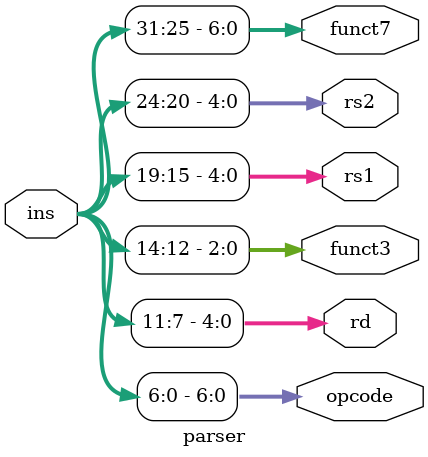
<source format=v>
module parser(
  input wire [31:0] ins,
  output wire [6:0] opcode,
  output wire [4:0] rd,     //added output starting from this line
  output wire [2:0] funct3,
  output wire [4:0] rs1,
  output wire [4:0] rs2,
  output wire [6:0] funct7 
);
  assign opcode = ins[6:0];
  assign rd = ins[11:7];
  assign funct3 = ins[14:12];
  assign rs1 = ins[19:15];
  assign rs2 = ins[24:20];
  assign funct7 = ins[31:25];
endmodule 
</source>
